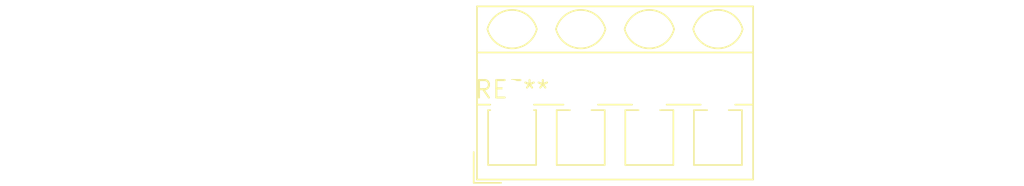
<source format=kicad_pcb>
(kicad_pcb (version 20240108) (generator pcbnew)
  (layers (0 "F.Cu" signal) (31 "B.Cu" signal) (34 "B.Paste" user) (35 "F.Paste" user) (36 "B.SilkS" user "B.Silkscreen") (37 "F.SilkS" user "F.Silkscreen") (38 "B.Mask" user) (39 "F.Mask" user) (44 "Edge.Cuts" user))
  (net 0 "")
  (footprint "TerminalBlock_MetzConnect_Type205_RT04504UBLC_1x04_P5.00mm_45Degree" (layer "F.Cu") (at 0 0)
    (property "Reference" "REF**")
    (property "Value" "TerminalBlock_MetzConnect_Type205_RT04504UBLC_1x04_P5.00mm_45Degree")
    (fp_line (start -2.8 4.56) (end -2.8 6.8) (layer "F.SilkS") (stroke (width 0.12)))
    (fp_line (start -2.8 6.8) (end -0.8 6.8) (layer "F.SilkS") (stroke (width 0.12)))
    (fp_line (start -2.56 -6.06) (end -2.56 6.56) (layer "F.SilkS") (stroke (width 0.12)))
    (fp_line (start -2.56 -6.06) (end 17.561 -6.06) (layer "F.SilkS") (stroke (width 0.12)))
    (fp_line (start -2.56 -2.7) (end 17.561 -2.7) (layer "F.SilkS") (stroke (width 0.12)))
    (fp_line (start -2.56 1.1) (end -1.59 1.1) (layer "F.SilkS") (stroke (width 0.12)))
    (fp_line (start -2.56 6.56) (end 17.561 6.56) (layer "F.SilkS") (stroke (width 0.12)))
    (fp_line (start -1.75 1.5) (end -1.75 5.5) (layer "F.SilkS") (stroke (width 0.12)))
    (fp_line (start -1.75 1.5) (end -1.59 1.5) (layer "F.SilkS") (stroke (width 0.12)))
    (fp_line (start -1.75 5.5) (end 1.75 5.5) (layer "F.SilkS") (stroke (width 0.12)))
    (fp_line (start 1.59 1.1) (end 3.744 1.1) (layer "F.SilkS") (stroke (width 0.12)))
    (fp_line (start 1.59 1.5) (end 1.75 1.5) (layer "F.SilkS") (stroke (width 0.12)))
    (fp_line (start 1.75 1.5) (end 1.75 5.5) (layer "F.SilkS") (stroke (width 0.12)))
    (fp_line (start 3.25 1.5) (end 3.25 5.5) (layer "F.SilkS") (stroke (width 0.12)))
    (fp_line (start 3.25 1.5) (end 4.216 1.5) (layer "F.SilkS") (stroke (width 0.12)))
    (fp_line (start 3.25 5.5) (end 6.75 5.5) (layer "F.SilkS") (stroke (width 0.12)))
    (fp_line (start 5.785 1.5) (end 6.75 1.5) (layer "F.SilkS") (stroke (width 0.12)))
    (fp_line (start 6.257 1.1) (end 8.744 1.1) (layer "F.SilkS") (stroke (width 0.12)))
    (fp_line (start 6.75 1.5) (end 6.75 5.5) (layer "F.SilkS") (stroke (width 0.12)))
    (fp_line (start 8.25 1.5) (end 8.25 5.5) (layer "F.SilkS") (stroke (width 0.12)))
    (fp_line (start 8.25 1.5) (end 9.216 1.5) (layer "F.SilkS") (stroke (width 0.12)))
    (fp_line (start 8.25 5.5) (end 11.75 5.5) (layer "F.SilkS") (stroke (width 0.12)))
    (fp_line (start 10.785 1.5) (end 11.75 1.5) (layer "F.SilkS") (stroke (width 0.12)))
    (fp_line (start 11.257 1.1) (end 13.744 1.1) (layer "F.SilkS") (stroke (width 0.12)))
    (fp_line (start 11.75 1.5) (end 11.75 5.5) (layer "F.SilkS") (stroke (width 0.12)))
    (fp_line (start 13.25 1.5) (end 13.25 5.5) (layer "F.SilkS") (stroke (width 0.12)))
    (fp_line (start 13.25 1.5) (end 14.216 1.5) (layer "F.SilkS") (stroke (width 0.12)))
    (fp_line (start 13.25 5.5) (end 16.75 5.5) (layer "F.SilkS") (stroke (width 0.12)))
    (fp_line (start 15.785 1.5) (end 16.75 1.5) (layer "F.SilkS") (stroke (width 0.12)))
    (fp_line (start 16.257 1.1) (end 17.561 1.1) (layer "F.SilkS") (stroke (width 0.12)))
    (fp_line (start 16.75 1.5) (end 16.75 5.5) (layer "F.SilkS") (stroke (width 0.12)))
    (fp_line (start 17.561 -6.06) (end 17.561 6.56) (layer "F.SilkS") (stroke (width 0.12)))
    (fp_arc (start -1.800846 -4.400605) (mid 0.000312 -5.801077) (end 1.801 -4.4) (layer "F.SilkS") (stroke (width 0.12)))
    (fp_arc (start 1.8 -4.4) (mid -0.000903 -3.000646) (end -1.800445 -4.401751) (layer "F.SilkS") (stroke (width 0.12)))
    (fp_arc (start 3.199154 -4.400605) (mid 5.000312 -5.801077) (end 6.801 -4.4) (layer "F.SilkS") (stroke (width 0.12)))
    (fp_arc (start 6.8 -4.4) (mid 4.999097 -3.000646) (end 3.199555 -4.401751) (layer "F.SilkS") (stroke (width 0.12)))
    (fp_arc (start 8.199154 -4.400605) (mid 10.000312 -5.801077) (end 11.801 -4.4) (layer "F.SilkS") (stroke (width 0.12)))
    (fp_arc (start 11.8 -4.4) (mid 9.999097 -3.000646) (end 8.199555 -4.401751) (layer "F.SilkS") (stroke (width 0.12)))
    (fp_arc (start 13.199154 -4.400605) (mid 15.000312 -5.801077) (end 16.801 -4.4) (layer "F.SilkS") (stroke (width 0.12)))
    (fp_arc (start 16.8 -4.4) (mid 14.999097 -3.000646) (end 13.199555 -4.401751) (layer "F.SilkS") (stroke (width 0.12)))
    (pad "1" thru_hole rect (at 0 0) (size 2.7 2.7) (drill 1.4) (layers *.Cu *.Mask) (remove_unused_layers))
    (pad "2" thru_hole circle (at 5 0) (size 2.7 2.7) (drill 1.4) (layers *.Cu *.Mask) (remove_unused_layers))
    (pad "3" thru_hole circle (at 10 0) (size 2.7 2.7) (drill 1.4) (layers *.Cu *.Mask) (remove_unused_layers))
    (pad "4" thru_hole circle (at 15 0) (size 2.7 2.7) (drill 1.4) (layers *.Cu *.Mask) (remove_unused_layers))
  )
)
</source>
